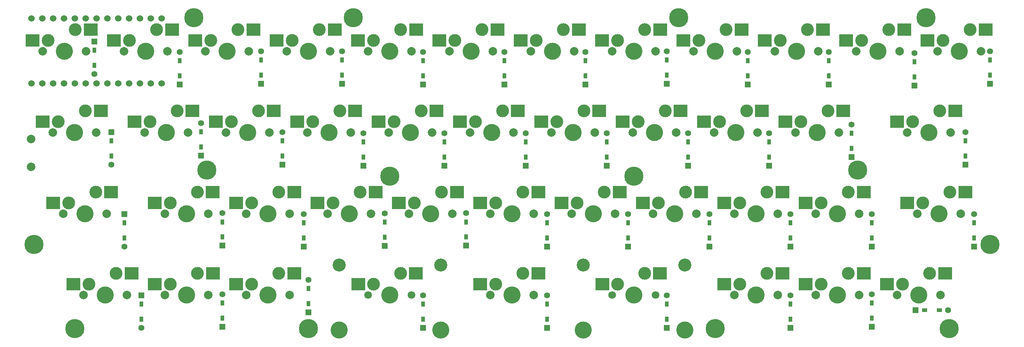
<source format=gbr>
%TF.GenerationSoftware,KiCad,Pcbnew,8.0.6*%
%TF.CreationDate,2025-02-17T10:52:22+09:00*%
%TF.ProjectId,assemble,61737365-6d62-46c6-952e-6b696361645f,rev?*%
%TF.SameCoordinates,Original*%
%TF.FileFunction,Soldermask,Bot*%
%TF.FilePolarity,Negative*%
%FSLAX46Y46*%
G04 Gerber Fmt 4.6, Leading zero omitted, Abs format (unit mm)*
G04 Created by KiCad (PCBNEW 8.0.6) date 2025-02-17 10:52:22*
%MOMM*%
%LPD*%
G01*
G04 APERTURE LIST*
%ADD10R,1.397000X1.397000*%
%ADD11R,0.950000X1.300000*%
%ADD12C,1.397000*%
%ADD13C,2.000000*%
%ADD14C,3.000000*%
%ADD15C,4.000000*%
%ADD16R,3.300000X3.000000*%
%ADD17C,4.500000*%
%ADD18C,3.050000*%
%ADD19C,1.800000*%
%ADD20R,1.300000X0.950000*%
%ADD21C,1.524000*%
G04 APERTURE END LIST*
D10*
%TO.C,D2*%
X61000000Y-68965000D03*
D11*
X61000000Y-71000000D03*
X61000000Y-74550000D03*
D12*
X61000000Y-76585000D03*
%TD*%
D10*
%TO.C,D27*%
X182000000Y-95810000D03*
D11*
X182000000Y-93775000D03*
X182000000Y-90225000D03*
D12*
X182000000Y-88190000D03*
%TD*%
D13*
%TO.C,SW32*%
X187801250Y-88106250D03*
D14*
X189071250Y-85566250D03*
D15*
X192881250Y-88106250D03*
D14*
X195421250Y-83026250D03*
D13*
X197961250Y-88106250D03*
D16*
X185431250Y-85526250D03*
X199031250Y-82986250D03*
%TD*%
D10*
%TO.C,D23*%
X163000000Y-95810000D03*
D11*
X163000000Y-93775000D03*
X163000000Y-90225000D03*
D12*
X163000000Y-88190000D03*
%TD*%
D17*
%TO.C,Ref\u002A\u002A*%
X126208900Y-79295625D03*
%TD*%
D10*
%TO.C,D26*%
X177000000Y-76810000D03*
D11*
X177000000Y-74775000D03*
X177000000Y-71225000D03*
D12*
X177000000Y-69190000D03*
%TD*%
D17*
%TO.C,Ref\u002A\u002A*%
X117636220Y-42148125D03*
%TD*%
D13*
%TO.C,SW35*%
X202088750Y-69056250D03*
D14*
X203358750Y-66516250D03*
D15*
X207168750Y-69056250D03*
D14*
X209708750Y-63976250D03*
D13*
X212248750Y-69056250D03*
D16*
X199718750Y-66476250D03*
X213318750Y-63936250D03*
%TD*%
D10*
%TO.C,D8*%
X87000000Y-114585000D03*
D11*
X87000000Y-112550000D03*
X87000000Y-109000000D03*
D12*
X87000000Y-106965000D03*
%TD*%
D13*
%TO.C,SW22*%
X140176250Y-50006250D03*
D14*
X141446250Y-47466250D03*
D15*
X145256250Y-50006250D03*
D14*
X147796250Y-44926250D03*
D13*
X150336250Y-50006250D03*
D16*
X137806250Y-47426250D03*
X151406250Y-44886250D03*
%TD*%
D18*
%TO.C,SW25*%
X171460000Y-100156250D03*
D15*
X171460000Y-115396250D03*
D19*
X178280000Y-107156250D03*
D14*
X179550000Y-104616250D03*
D15*
X183360000Y-107156250D03*
D14*
X185900000Y-102076250D03*
D19*
X188440000Y-107156250D03*
D18*
X195260000Y-100156250D03*
D15*
X195260000Y-115396250D03*
D16*
X175960000Y-104616250D03*
X189460000Y-102076250D03*
%TD*%
D10*
%TO.C,D13*%
X115000000Y-57585000D03*
D11*
X115000000Y-55550000D03*
X115000000Y-52000000D03*
D12*
X115000000Y-49965000D03*
%TD*%
D10*
%TO.C,D1*%
X57000000Y-47690000D03*
D11*
X57000000Y-49725000D03*
X57000000Y-53275000D03*
D12*
X57000000Y-55310000D03*
%TD*%
D10*
%TO.C,D7*%
X87000000Y-95585000D03*
D11*
X87000000Y-93550000D03*
X87000000Y-90000000D03*
D12*
X87000000Y-87965000D03*
%TD*%
D13*
%TO.C,SW10*%
X83026250Y-50000000D03*
D14*
X84296250Y-47460000D03*
D15*
X88106250Y-50000000D03*
D14*
X90646250Y-44920000D03*
D13*
X93186250Y-50000000D03*
D16*
X80656250Y-47420000D03*
X94256250Y-44880000D03*
%TD*%
D10*
%TO.C,D31*%
X201000000Y-95810000D03*
D11*
X201000000Y-93775000D03*
X201000000Y-90225000D03*
D12*
X201000000Y-88190000D03*
%TD*%
D10*
%TO.C,D37*%
X229000000Y-57810000D03*
D11*
X229000000Y-55775000D03*
X229000000Y-52225000D03*
D12*
X229000000Y-50190000D03*
%TD*%
D10*
%TO.C,D34*%
X215000000Y-76810000D03*
D11*
X215000000Y-74775000D03*
X215000000Y-71225000D03*
D12*
X215000000Y-69190000D03*
%TD*%
D10*
%TO.C,D30*%
X196000000Y-76810000D03*
D11*
X196000000Y-74775000D03*
X196000000Y-71225000D03*
D12*
X196000000Y-69190000D03*
%TD*%
D10*
%TO.C,D32*%
X239000000Y-114585000D03*
D11*
X239000000Y-112550000D03*
X239000000Y-109000000D03*
D12*
X239000000Y-106965000D03*
%TD*%
D13*
%TO.C,SW7*%
X68738750Y-69056250D03*
D14*
X70008750Y-66516250D03*
D15*
X73818750Y-69056250D03*
D14*
X76358750Y-63976250D03*
D13*
X78898750Y-69056250D03*
D16*
X66368750Y-66476250D03*
X79968750Y-63936250D03*
%TD*%
D10*
%TO.C,D9*%
X96000000Y-57620000D03*
D11*
X96000000Y-55585000D03*
X96000000Y-52035000D03*
D12*
X96000000Y-50000000D03*
%TD*%
D17*
%TO.C,Ref\u002A\u002A*%
X83345500Y-77866875D03*
%TD*%
D10*
%TO.C,D21*%
X153000000Y-57810000D03*
D11*
X153000000Y-55775000D03*
X153000000Y-52225000D03*
D12*
X153000000Y-50190000D03*
%TD*%
D17*
%TO.C,Ref\u002A\u002A*%
X266705600Y-95250000D03*
%TD*%
D10*
%TO.C,D19*%
X144000000Y-95585000D03*
D11*
X144000000Y-93550000D03*
X144000000Y-90000000D03*
D12*
X144000000Y-87965000D03*
%TD*%
D10*
%TO.C,D40*%
X263000000Y-95810000D03*
D11*
X263000000Y-93775000D03*
X263000000Y-90225000D03*
D12*
X263000000Y-88190000D03*
%TD*%
D10*
%TO.C,D36*%
X249322190Y-110728125D03*
D20*
X251357190Y-110728125D03*
X254907190Y-110728125D03*
D12*
X256942190Y-110728125D03*
%TD*%
D10*
%TO.C,D20*%
X163000000Y-114810000D03*
D11*
X163000000Y-112775000D03*
X163000000Y-109225000D03*
D12*
X163000000Y-107190000D03*
%TD*%
D13*
%TO.C,SW29*%
X206851250Y-107156250D03*
D14*
X208121250Y-104616250D03*
D15*
X211931250Y-107156250D03*
D14*
X214471250Y-102076250D03*
D13*
X217011250Y-107156250D03*
D16*
X204481250Y-104576250D03*
X218081250Y-102036250D03*
%TD*%
D13*
%TO.C,SW11*%
X87788750Y-69056250D03*
D14*
X89058750Y-66516250D03*
D15*
X92868750Y-69056250D03*
D14*
X95408750Y-63976250D03*
D13*
X97948750Y-69056250D03*
D16*
X85418750Y-66476250D03*
X99018750Y-63936250D03*
%TD*%
D10*
%TO.C,D10*%
X101000000Y-76585000D03*
D11*
X101000000Y-74550000D03*
X101000000Y-71000000D03*
D12*
X101000000Y-68965000D03*
%TD*%
D10*
%TO.C,D16*%
X134000000Y-114810000D03*
D11*
X134000000Y-112775000D03*
X134000000Y-109225000D03*
D12*
X134000000Y-107190000D03*
%TD*%
D13*
%TO.C,SW40*%
X225901250Y-88106250D03*
D14*
X227171250Y-85566250D03*
D15*
X230981250Y-88106250D03*
D14*
X233521250Y-83026250D03*
D13*
X236061250Y-88106250D03*
D16*
X223531250Y-85526250D03*
X237131250Y-82986250D03*
%TD*%
D13*
%TO.C,SW15*%
X106838750Y-69056250D03*
D14*
X108108750Y-66516250D03*
D15*
X111918750Y-69056250D03*
D14*
X114458750Y-63976250D03*
D13*
X116998750Y-69056250D03*
D16*
X104468750Y-66476250D03*
X118068750Y-63936250D03*
%TD*%
D17*
%TO.C,Ref\u002A\u002A*%
X52388600Y-115014375D03*
%TD*%
D10*
%TO.C,D43*%
X261000000Y-76585000D03*
D11*
X261000000Y-74550000D03*
X261000000Y-71000000D03*
D12*
X261000000Y-68965000D03*
%TD*%
D13*
%TO.C,SW37*%
X244951250Y-107156250D03*
D14*
X246221250Y-104616250D03*
D15*
X250031250Y-107156250D03*
D14*
X252571250Y-102076250D03*
D13*
X255111250Y-107156250D03*
D16*
X242581250Y-104576250D03*
X256181250Y-102036250D03*
%TD*%
D13*
%TO.C,SW1*%
X42149010Y-77068750D03*
X42149010Y-70568750D03*
%TD*%
%TO.C,SW16*%
X111601250Y-88106250D03*
D14*
X112871250Y-85566250D03*
D15*
X116681250Y-88106250D03*
D14*
X119221250Y-83026250D03*
D13*
X121761250Y-88106250D03*
D16*
X109231250Y-85526250D03*
X122831250Y-82986250D03*
%TD*%
D10*
%TO.C,D14*%
X120000000Y-76810000D03*
D11*
X120000000Y-74775000D03*
X120000000Y-71225000D03*
D12*
X120000000Y-69190000D03*
%TD*%
D13*
%TO.C,SW24*%
X149701250Y-88106250D03*
D14*
X150971250Y-85566250D03*
D15*
X154781250Y-88106250D03*
D14*
X157321250Y-83026250D03*
D13*
X159861250Y-88106250D03*
D16*
X147331250Y-85526250D03*
X160931250Y-82986250D03*
%TD*%
D10*
%TO.C,D39*%
X239000000Y-95810000D03*
D11*
X239000000Y-93775000D03*
X239000000Y-90225000D03*
D12*
X239000000Y-88190000D03*
%TD*%
D13*
%TO.C,SW23*%
X144938750Y-69056250D03*
D14*
X146208750Y-66516250D03*
D15*
X150018750Y-69056250D03*
D14*
X152558750Y-63976250D03*
D13*
X155098750Y-69056250D03*
D16*
X142568750Y-66476250D03*
X156168750Y-63936250D03*
%TD*%
D13*
%TO.C,SW38*%
X216376250Y-50006250D03*
D14*
X217646250Y-47466250D03*
D15*
X221456250Y-50006250D03*
D14*
X223996250Y-44926250D03*
D13*
X226536250Y-50006250D03*
D16*
X214006250Y-47426250D03*
X227606250Y-44886250D03*
%TD*%
D10*
%TO.C,D42*%
X266700000Y-57585000D03*
D11*
X266700000Y-55550000D03*
X266700000Y-52000000D03*
D12*
X266700000Y-49965000D03*
%TD*%
D13*
%TO.C,SW13*%
X92551250Y-107156250D03*
D14*
X93821250Y-104616250D03*
D15*
X97631250Y-107156250D03*
D14*
X100171250Y-102076250D03*
D13*
X102711250Y-107156250D03*
D16*
X90181250Y-104576250D03*
X103781250Y-102036250D03*
%TD*%
D13*
%TO.C,SW20*%
X130651250Y-88106250D03*
D14*
X131921250Y-85566250D03*
D15*
X135731250Y-88106250D03*
D14*
X138271250Y-83026250D03*
D13*
X140811250Y-88106250D03*
D16*
X128281250Y-85526250D03*
X141881250Y-82986250D03*
%TD*%
D13*
%TO.C,SW9*%
X73501250Y-107156250D03*
D14*
X74771250Y-104616250D03*
D15*
X78581250Y-107156250D03*
D14*
X81121250Y-102076250D03*
D13*
X83661250Y-107156250D03*
D16*
X71131250Y-104576250D03*
X84731250Y-102036250D03*
%TD*%
D13*
%TO.C,SW39*%
X221138750Y-69056250D03*
D14*
X222408750Y-66516250D03*
D15*
X226218750Y-69056250D03*
D14*
X228758750Y-63976250D03*
D13*
X231298750Y-69056250D03*
D16*
X218768750Y-66476250D03*
X232368750Y-63936250D03*
%TD*%
D10*
%TO.C,D11*%
X106000000Y-95810000D03*
D11*
X106000000Y-93775000D03*
X106000000Y-90225000D03*
D12*
X106000000Y-88190000D03*
%TD*%
D10*
%TO.C,D4*%
X68000000Y-107190000D03*
D11*
X68000000Y-109225000D03*
X68000000Y-112775000D03*
D12*
X68000000Y-114810000D03*
%TD*%
D10*
%TO.C,D12*%
X107158500Y-111204375D03*
D11*
X107158500Y-109169375D03*
X107158500Y-105619375D03*
D12*
X107158500Y-103584375D03*
%TD*%
D10*
%TO.C,D28*%
X220000000Y-114810000D03*
D11*
X220000000Y-112775000D03*
X220000000Y-109225000D03*
D12*
X220000000Y-107190000D03*
%TD*%
D10*
%TO.C,D29*%
X191000000Y-57585000D03*
D11*
X191000000Y-55550000D03*
X191000000Y-52000000D03*
D12*
X191000000Y-49965000D03*
%TD*%
D13*
%TO.C,SW12*%
X92551250Y-88106250D03*
D14*
X93821250Y-85566250D03*
D15*
X97631250Y-88106250D03*
D14*
X100171250Y-83026250D03*
D13*
X102711250Y-88106250D03*
D16*
X90181250Y-85526250D03*
X103781250Y-82986250D03*
%TD*%
D10*
%TO.C,D24*%
X191000000Y-114810000D03*
D11*
X191000000Y-112775000D03*
X191000000Y-109225000D03*
D12*
X191000000Y-107190000D03*
%TD*%
D10*
%TO.C,D38*%
X234319920Y-74771250D03*
D11*
X234319920Y-72736250D03*
X234319920Y-69186250D03*
D12*
X234319920Y-67151250D03*
%TD*%
D17*
%TO.C,Ref\u002A\u002A*%
X235748700Y-77866875D03*
%TD*%
D13*
%TO.C,SW2*%
X44920000Y-50000000D03*
D14*
X46190000Y-47460000D03*
D15*
X50000000Y-50000000D03*
D14*
X52540000Y-44920000D03*
D13*
X55080000Y-50000000D03*
D16*
X42550000Y-47420000D03*
X56150000Y-44880000D03*
%TD*%
D17*
%TO.C,Ref\u002A\u002A*%
X251703410Y-42148125D03*
%TD*%
D10*
%TO.C,D33*%
X210000000Y-57810000D03*
D11*
X210000000Y-55775000D03*
X210000000Y-52225000D03*
D12*
X210000000Y-50190000D03*
%TD*%
D13*
%TO.C,SW36*%
X206851250Y-88106250D03*
D14*
X208121250Y-85566250D03*
D15*
X211931250Y-88106250D03*
D14*
X214471250Y-83026250D03*
D13*
X217011250Y-88106250D03*
D16*
X204481250Y-85526250D03*
X218081250Y-82986250D03*
%TD*%
D17*
%TO.C,Ref\u002A\u002A*%
X107158500Y-115014375D03*
%TD*%
D13*
%TO.C,SW21*%
X149701250Y-107156250D03*
D14*
X150971250Y-104616250D03*
D15*
X154781250Y-107156250D03*
D14*
X157321250Y-102076250D03*
D13*
X159861250Y-107156250D03*
D16*
X147331250Y-104576250D03*
X160931250Y-102036250D03*
%TD*%
D13*
%TO.C,SW27*%
X163988750Y-69056250D03*
D14*
X165258750Y-66516250D03*
D15*
X169068750Y-69056250D03*
D14*
X171608750Y-63976250D03*
D13*
X174148750Y-69056250D03*
D16*
X161618750Y-66476250D03*
X175218750Y-63936250D03*
%TD*%
D13*
%TO.C,SW33*%
X225901250Y-107156250D03*
D14*
X227171250Y-104616250D03*
D15*
X230981250Y-107156250D03*
D14*
X233521250Y-102076250D03*
D13*
X236061250Y-107156250D03*
D16*
X223531250Y-104576250D03*
X237131250Y-102036250D03*
%TD*%
D13*
%TO.C,SW41*%
X249713750Y-88106250D03*
D14*
X250983750Y-85566250D03*
D15*
X254793750Y-88106250D03*
D14*
X257333750Y-83026250D03*
D13*
X259873750Y-88106250D03*
D16*
X247343750Y-85526250D03*
X260943750Y-82986250D03*
%TD*%
D13*
%TO.C,SW31*%
X183038750Y-69056250D03*
D14*
X184308750Y-66516250D03*
D15*
X188118750Y-69056250D03*
D14*
X190658750Y-63976250D03*
D13*
X193198750Y-69056250D03*
D16*
X180668750Y-66476250D03*
X194268750Y-63936250D03*
%TD*%
D10*
%TO.C,D3*%
X64000000Y-88190000D03*
D11*
X64000000Y-90225000D03*
X64000000Y-93775000D03*
D12*
X64000000Y-95810000D03*
%TD*%
D13*
%TO.C,SW5*%
X54451250Y-107156250D03*
D14*
X55721250Y-104616250D03*
D15*
X59531250Y-107156250D03*
D14*
X62071250Y-102076250D03*
D13*
X64611250Y-107156250D03*
D16*
X52081250Y-104576250D03*
X65681250Y-102036250D03*
%TD*%
D13*
%TO.C,SW19*%
X125888750Y-69056250D03*
D14*
X127158750Y-66516250D03*
D15*
X130968750Y-69056250D03*
D14*
X133508750Y-63976250D03*
D13*
X136048750Y-69056250D03*
D16*
X123518750Y-66476250D03*
X137118750Y-63936250D03*
%TD*%
D17*
%TO.C,Ref\u002A\u002A*%
X42863400Y-95250000D03*
%TD*%
%TO.C,Ref\u002A\u002A*%
X80249810Y-42148125D03*
%TD*%
D10*
%TO.C,D5*%
X77000000Y-57810000D03*
D11*
X77000000Y-55775000D03*
X77000000Y-52225000D03*
D12*
X77000000Y-50190000D03*
%TD*%
D10*
%TO.C,D35*%
X220000000Y-95810000D03*
D11*
X220000000Y-93775000D03*
X220000000Y-90225000D03*
D12*
X220000000Y-88190000D03*
%TD*%
D13*
%TO.C,SW4*%
X49680000Y-88100000D03*
D14*
X50950000Y-85560000D03*
D15*
X54760000Y-88100000D03*
D14*
X57300000Y-83020000D03*
D13*
X59840000Y-88100000D03*
D16*
X47310000Y-85520000D03*
X60910000Y-82980000D03*
%TD*%
D13*
%TO.C,SW42*%
X235426250Y-50006250D03*
D14*
X236696250Y-47466250D03*
D15*
X240506250Y-50006250D03*
D14*
X243046250Y-44926250D03*
D13*
X245586250Y-50006250D03*
D16*
X233056250Y-47426250D03*
X246656250Y-44886250D03*
%TD*%
D10*
%TO.C,D6*%
X82000000Y-74425000D03*
D11*
X82000000Y-72390000D03*
X82000000Y-68840000D03*
D12*
X82000000Y-66805000D03*
%TD*%
D17*
%TO.C,Ref\u002A\u002A*%
X193837820Y-42148125D03*
%TD*%
D13*
%TO.C,SW30*%
X178276250Y-50006250D03*
D14*
X179546250Y-47466250D03*
D15*
X183356250Y-50006250D03*
D14*
X185896250Y-44926250D03*
D13*
X188436250Y-50006250D03*
D16*
X175906250Y-47426250D03*
X189506250Y-44886250D03*
%TD*%
D17*
%TO.C,Ref\u002A\u002A*%
X257180425Y-115014375D03*
%TD*%
D13*
%TO.C,SW3*%
X47300000Y-69050000D03*
D14*
X48570000Y-66510000D03*
D15*
X52380000Y-69050000D03*
D14*
X54920000Y-63970000D03*
D13*
X57460000Y-69050000D03*
D16*
X44930000Y-66470000D03*
X58530000Y-63930000D03*
%TD*%
D10*
%TO.C,D18*%
X139000000Y-76810000D03*
D11*
X139000000Y-74775000D03*
X139000000Y-71225000D03*
D12*
X139000000Y-69190000D03*
%TD*%
D10*
%TO.C,D15*%
X125000000Y-95620000D03*
D11*
X125000000Y-93585000D03*
X125000000Y-90035000D03*
D12*
X125000000Y-88000000D03*
%TD*%
D13*
%TO.C,SW26*%
X159226250Y-50000000D03*
D14*
X160496250Y-47460000D03*
D15*
X164306250Y-50000000D03*
D14*
X166846250Y-44920000D03*
D13*
X169386250Y-50000000D03*
D16*
X156856250Y-47420000D03*
X170456250Y-44880000D03*
%TD*%
D17*
%TO.C,Ref\u002A\u002A*%
X183360100Y-79295625D03*
%TD*%
D13*
%TO.C,SW18*%
X121126250Y-50006250D03*
D14*
X122396250Y-47466250D03*
D15*
X126206250Y-50006250D03*
D14*
X128746250Y-44926250D03*
D13*
X131286250Y-50006250D03*
D16*
X118756250Y-47426250D03*
X132356250Y-44886250D03*
%TD*%
D17*
%TO.C,Ref\u002A\u002A*%
X202410500Y-115014375D03*
%TD*%
D10*
%TO.C,D41*%
X249000000Y-58035000D03*
D11*
X249000000Y-56000000D03*
X249000000Y-52450000D03*
D12*
X249000000Y-50415000D03*
%TD*%
D10*
%TO.C,D17*%
X134000000Y-57810000D03*
D11*
X134000000Y-55775000D03*
X134000000Y-52225000D03*
D12*
X134000000Y-50190000D03*
%TD*%
D13*
%TO.C,SW44*%
X247340000Y-69056250D03*
D14*
X248610000Y-66516250D03*
D15*
X252420000Y-69056250D03*
D14*
X254960000Y-63976250D03*
D13*
X257500000Y-69056250D03*
D16*
X244970000Y-66476250D03*
X258570000Y-63936250D03*
%TD*%
D13*
%TO.C,SW14*%
X102076250Y-50006250D03*
D14*
X103346250Y-47466250D03*
D15*
X107156250Y-50006250D03*
D14*
X109696250Y-44926250D03*
D13*
X112236250Y-50006250D03*
D16*
X99706250Y-47426250D03*
X113306250Y-44886250D03*
%TD*%
D13*
%TO.C,SW8*%
X73492500Y-88106250D03*
D14*
X74762500Y-85566250D03*
D15*
X78572500Y-88106250D03*
D14*
X81112500Y-83026250D03*
D13*
X83652500Y-88106250D03*
D16*
X71122500Y-85526250D03*
X84722500Y-82986250D03*
%TD*%
D10*
%TO.C,D22*%
X158000000Y-76810000D03*
D11*
X158000000Y-74775000D03*
X158000000Y-71225000D03*
D12*
X158000000Y-69190000D03*
%TD*%
D13*
%TO.C,SW43*%
X254476250Y-50000000D03*
D14*
X255746250Y-47460000D03*
D15*
X259556250Y-50000000D03*
D14*
X262096250Y-44920000D03*
D13*
X264636250Y-50000000D03*
D16*
X252106250Y-47420000D03*
X265706250Y-44880000D03*
%TD*%
D13*
%TO.C,SW34*%
X197326250Y-50006250D03*
D14*
X198596250Y-47466250D03*
D15*
X202406250Y-50006250D03*
D14*
X204946250Y-44926250D03*
D13*
X207486250Y-50006250D03*
D16*
X194956250Y-47426250D03*
X208556250Y-44886250D03*
%TD*%
D13*
%TO.C,SW6*%
X63976250Y-50000000D03*
D14*
X65246250Y-47460000D03*
D15*
X69056250Y-50000000D03*
D14*
X71596250Y-44920000D03*
D13*
X74136250Y-50000000D03*
D16*
X61606250Y-47420000D03*
X75206250Y-44880000D03*
%TD*%
D18*
%TO.C,SW17*%
X114300000Y-100156250D03*
D15*
X114300000Y-115396250D03*
D19*
X121120000Y-107156250D03*
D14*
X122390000Y-104616250D03*
D15*
X126200000Y-107156250D03*
D14*
X128740000Y-102076250D03*
D19*
X131280000Y-107156250D03*
D18*
X138100000Y-100156250D03*
D15*
X138100000Y-115396250D03*
D16*
X118800000Y-104616250D03*
X132300000Y-102076250D03*
%TD*%
D10*
%TO.C,D25*%
X172000000Y-57810000D03*
D11*
X172000000Y-55775000D03*
X172000000Y-52225000D03*
D12*
X172000000Y-50190000D03*
%TD*%
D13*
%TO.C,SW28*%
X168751250Y-88106250D03*
D14*
X170021250Y-85566250D03*
D15*
X173831250Y-88106250D03*
D14*
X176371250Y-83026250D03*
D13*
X178911250Y-88106250D03*
D16*
X166381250Y-85526250D03*
X179981250Y-82986250D03*
%TD*%
D21*
%TO.C,U1*%
X44832000Y-42286400D03*
X47372000Y-42286400D03*
X49912000Y-42286400D03*
X52452000Y-42286400D03*
X54992000Y-42286400D03*
X57532000Y-42286400D03*
X60072000Y-42286400D03*
X62612000Y-42286400D03*
X65152000Y-42286400D03*
X67692000Y-42286400D03*
X70232000Y-42286400D03*
X72772000Y-42286400D03*
X72772000Y-57506400D03*
X70232000Y-57506400D03*
X67692000Y-57506400D03*
X65152000Y-57506400D03*
X62612000Y-57506400D03*
X60072000Y-57506400D03*
X57532000Y-57506400D03*
X54992000Y-57506400D03*
X52452000Y-57506400D03*
X49912000Y-57506400D03*
X47372000Y-57506400D03*
X44832000Y-57506400D03*
X42292000Y-57506400D03*
X42292000Y-42286400D03*
%TD*%
M02*

</source>
